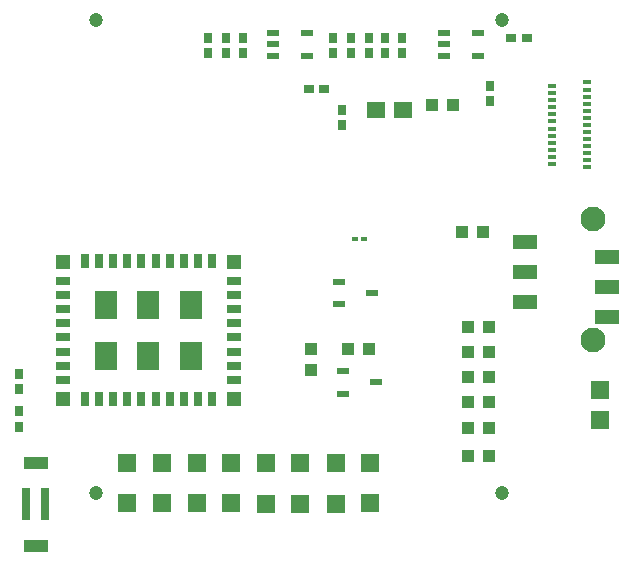
<source format=gbr>
%FSLAX23Y23*%
%MOIN*%
G04 EasyPC Gerber Version 17.0 Build 3379 *
%ADD70R,0.02756X0.04724*%
%ADD16R,0.02800X0.03500*%
%ADD23R,0.03150X0.11024*%
%ADD25R,0.03937X0.04291*%
%ADD21R,0.07480X0.09449*%
%ADD28R,0.06000X0.06000*%
%ADD26R,0.06300X0.06300*%
%ADD29R,0.02756X0.01181*%
%ADD27R,0.02000X0.01800*%
%ADD15R,0.04331X0.02362*%
%ADD20R,0.04724X0.02756*%
%ADD17R,0.03500X0.02800*%
%ADD18R,0.04291X0.03937*%
%ADD22R,0.07874X0.03937*%
%ADD71R,0.04724X0.04724*%
%ADD72R,0.07874X0.04724*%
%ADD19R,0.06000X0.05500*%
%ADD24C,0.04724*%
%ADD73C,0.08268*%
X0Y0D02*
D02*
D15*
X925Y1768D03*
Y1806D03*
Y1843D03*
X1036Y1768D03*
Y1843D03*
X1145Y939D03*
Y1013D03*
X1156Y642D03*
Y717D03*
X1255Y976D03*
X1267Y679D03*
X1495Y1768D03*
Y1806D03*
Y1843D03*
X1606Y1768D03*
Y1843D03*
D02*
D16*
X78Y532D03*
Y583D03*
Y657D03*
Y708D03*
X708Y1777D03*
Y1828D03*
X768Y1777D03*
Y1828D03*
X823Y1777D03*
Y1828D03*
X1123Y1777D03*
Y1828D03*
X1153Y1537D03*
Y1588D03*
X1183Y1777D03*
Y1828D03*
X1243Y1777D03*
Y1828D03*
X1298Y1777D03*
Y1828D03*
X1353Y1777D03*
Y1828D03*
X1648Y1617D03*
Y1668D03*
D02*
D17*
X1043Y1658D03*
X1094D03*
X1718Y1828D03*
X1769D03*
D02*
D18*
X1175Y791D03*
X1245D03*
X1453Y1603D03*
X1523D03*
X1553Y1182D03*
X1573Y864D03*
X1573Y433D03*
Y527D03*
Y613D03*
Y698D03*
X1574Y781D03*
X1623Y1182D03*
X1643Y864D03*
X1643Y433D03*
Y527D03*
Y613D03*
Y698D03*
X1644Y781D03*
D02*
D19*
X1268Y1588D03*
X1358D03*
D02*
D70*
X296Y624D03*
Y1083D03*
X343Y624D03*
Y1083D03*
X390Y624D03*
Y1083D03*
X438Y624D03*
Y1083D03*
X485Y624D03*
Y1083D03*
X532Y624D03*
Y1083D03*
X579Y624D03*
Y1083D03*
X627Y624D03*
Y1083D03*
X674Y624D03*
Y1083D03*
X721Y624D03*
Y1083D03*
D02*
D71*
X223Y624D03*
Y1081D03*
X792Y624D03*
Y1081D03*
D02*
D20*
X225Y687D03*
Y734D03*
Y782D03*
Y829D03*
Y876D03*
Y923D03*
Y971D03*
Y1018D03*
X792Y687D03*
Y734D03*
Y782D03*
Y829D03*
Y876D03*
Y923D03*
Y971D03*
Y1018D03*
D02*
D21*
X367Y768D03*
Y937D03*
X508Y768D03*
Y937D03*
X650Y768D03*
Y937D03*
D02*
D22*
X132Y135D03*
Y410D03*
D02*
D23*
X100Y273D03*
X163D03*
D02*
D24*
X334Y311D03*
Y1886D03*
X1686Y311D03*
Y1886D03*
D02*
D25*
X1049Y721D03*
Y791D03*
D02*
D26*
X436Y277D03*
Y411D03*
X553Y277D03*
Y411D03*
X671Y277D03*
Y411D03*
X785Y277D03*
Y411D03*
X900Y275D03*
Y409D03*
X1014Y275D03*
Y409D03*
X1134Y275D03*
Y409D03*
X1248Y276D03*
Y409D03*
D02*
D27*
X1197Y1158D03*
X1227D03*
D02*
D28*
X2014Y555D03*
Y655D03*
D02*
D29*
X1852Y1407D03*
Y1431D03*
Y1455D03*
Y1478D03*
Y1502D03*
Y1525D03*
Y1549D03*
Y1573D03*
Y1596D03*
Y1620D03*
Y1644D03*
Y1667D03*
X1970Y1396D03*
Y1419D03*
Y1443D03*
Y1466D03*
Y1490D03*
Y1514D03*
Y1537D03*
Y1561D03*
Y1585D03*
Y1608D03*
Y1632D03*
Y1655D03*
Y1679D03*
D02*
D72*
X1765Y948D03*
Y1048D03*
Y1148D03*
X2037Y896D03*
Y997D03*
Y1097D03*
D02*
D73*
X1990Y822D03*
Y1223D03*
X0Y0D02*
M02*

</source>
